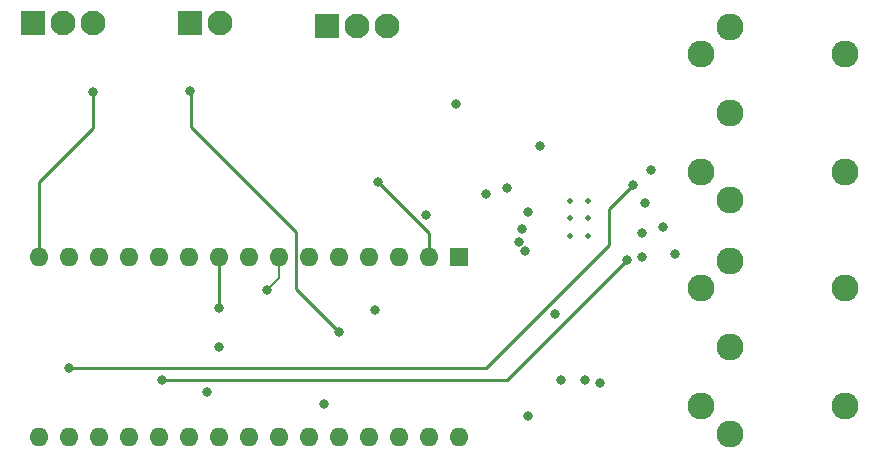
<source format=gbr>
%TF.GenerationSoftware,KiCad,Pcbnew,(6.0.10)*%
%TF.CreationDate,2023-02-04T01:48:26-05:00*%
%TF.ProjectId,lin-valve-control,6c696e2d-7661-46c7-9665-2d636f6e7472,rev?*%
%TF.SameCoordinates,Original*%
%TF.FileFunction,Copper,L2,Inr*%
%TF.FilePolarity,Positive*%
%FSLAX46Y46*%
G04 Gerber Fmt 4.6, Leading zero omitted, Abs format (unit mm)*
G04 Created by KiCad (PCBNEW (6.0.10)) date 2023-02-04 01:48:26*
%MOMM*%
%LPD*%
G01*
G04 APERTURE LIST*
%TA.AperFunction,ComponentPad*%
%ADD10R,1.600000X1.600000*%
%TD*%
%TA.AperFunction,ComponentPad*%
%ADD11O,1.600000X1.600000*%
%TD*%
%TA.AperFunction,ComponentPad*%
%ADD12C,0.500000*%
%TD*%
%TA.AperFunction,ComponentPad*%
%ADD13C,2.100000*%
%TD*%
%TA.AperFunction,ComponentPad*%
%ADD14R,2.100000X2.100000*%
%TD*%
%TA.AperFunction,ComponentPad*%
%ADD15C,2.286000*%
%TD*%
%TA.AperFunction,ViaPad*%
%ADD16C,0.800000*%
%TD*%
%TA.AperFunction,Conductor*%
%ADD17C,0.250000*%
%TD*%
%TA.AperFunction,Conductor*%
%ADD18C,0.200000*%
%TD*%
G04 APERTURE END LIST*
D10*
%TO.N,TXD*%
%TO.C,U1*%
X194818000Y-82814000D03*
D11*
%TO.N,RXD*%
X192278000Y-82814000D03*
%TO.N,unconnected-(U1-Pad3)*%
X189738000Y-82814000D03*
%TO.N,GND*%
X187198000Y-82814000D03*
%TO.N,~{LIN_SLP}*%
X184658000Y-82814000D03*
%TO.N,~{LIN_WAKE}*%
X182118000Y-82814000D03*
%TO.N,VALVE_IN1+*%
X179578000Y-82814000D03*
%TO.N,VALVE_IN1-*%
X177038000Y-82814000D03*
%TO.N,VALVE1_CLOSED*%
X174498000Y-82814000D03*
%TO.N,VALVE1_OPEN*%
X171958000Y-82814000D03*
%TO.N,VALVE_IN2+*%
X169418000Y-82814000D03*
%TO.N,VALVE_IN2-*%
X166878000Y-82814000D03*
%TO.N,VALVE2_CLOSED*%
X164338000Y-82814000D03*
%TO.N,VALVE2_OPEN*%
X161798000Y-82814000D03*
%TO.N,FLOW_PULSE*%
X159258000Y-82814000D03*
%TO.N,~{MOTOR_FAULT}*%
X159258000Y-98054000D03*
%TO.N,+3V3*%
X161798000Y-98054000D03*
%TO.N,+5V*%
X164338000Y-98054000D03*
%TO.N,MOTOR_EN*%
X166878000Y-98054000D03*
%TO.N,unconnected-(U1-Pad20)*%
X169418000Y-98054000D03*
%TO.N,unconnected-(U1-Pad21)*%
X171958000Y-98054000D03*
%TO.N,unconnected-(U1-Pad22)*%
X174498000Y-98054000D03*
%TO.N,SDA5*%
X177038000Y-98054000D03*
%TO.N,SCL5*%
X179578000Y-98054000D03*
%TO.N,unconnected-(U1-Pad25)*%
X182118000Y-98054000D03*
%TO.N,COOLANT_NTC*%
X184658000Y-98054000D03*
%TO.N,+5V*%
X187198000Y-98054000D03*
%TO.N,unconnected-(U1-Pad28)*%
X189738000Y-98054000D03*
%TO.N,GND*%
X192278000Y-98054000D03*
%TO.N,+12V*%
X194818000Y-98054000D03*
%TD*%
D12*
%TO.N,GND*%
%TO.C,U3*%
X204228000Y-79502000D03*
X204228000Y-78002000D03*
X205728000Y-79502000D03*
X204228000Y-81002000D03*
X205728000Y-78002000D03*
X205728000Y-81002000D03*
%TD*%
D13*
%TO.N,FLOW_PULSE*%
%TO.C,J5*%
X163830000Y-62992000D03*
%TO.N,GND*%
X161290000Y-62992000D03*
D14*
%TO.N,+12V*%
X158750000Y-62992000D03*
%TD*%
D13*
%TO.N,GND*%
%TO.C,J4*%
X174582000Y-62992000D03*
D14*
%TO.N,COOLANT_NTC*%
X172042000Y-62992000D03*
%TD*%
D15*
%TO.N,N/C*%
%TO.C,J3*%
X227459540Y-85425280D03*
X227459540Y-95422720D03*
%TO.N,VALVE1_CLOSED*%
X215259920Y-95422720D03*
%TO.N,VALVE1_OPEN*%
X215259920Y-85425280D03*
%TO.N,VALVE1-*%
X217759280Y-97723960D03*
%TO.N,GND*%
X217759280Y-90424000D03*
%TO.N,VALVE1+*%
X217759280Y-83124040D03*
%TD*%
%TO.N,VALVE2+*%
%TO.C,J2*%
X217759280Y-63312040D03*
%TO.N,GND*%
X217759280Y-70612000D03*
%TO.N,VALVE2-*%
X217759280Y-77911960D03*
%TO.N,VALVE2_OPEN*%
X215259920Y-65613280D03*
%TO.N,VALVE2_CLOSED*%
X215259920Y-75610720D03*
%TO.N,N/C*%
X227459540Y-75610720D03*
X227459540Y-65613280D03*
%TD*%
D13*
%TO.N,LIN*%
%TO.C,J6*%
X188722000Y-63246000D03*
%TO.N,GND*%
X186182000Y-63246000D03*
D14*
%TO.N,+12V*%
X183642000Y-63246000D03*
%TD*%
D16*
%TO.N,+5V*%
X187674000Y-87251500D03*
%TO.N,COOLANT_NTC*%
X184658000Y-89154000D03*
X172042000Y-68750000D03*
%TO.N,FLOW_PULSE*%
X163830000Y-68834000D03*
%TO.N,+12V*%
X200660000Y-78994000D03*
%TO.N,+5V*%
X174498000Y-90424000D03*
%TO.N,SCL*%
X206756000Y-93472000D03*
X183388000Y-95250000D03*
%TO.N,SDA*%
X205486000Y-93218000D03*
X173482000Y-94234000D03*
%TO.N,+3V3*%
X203454000Y-93218000D03*
%TO.N,GND*%
X200660000Y-96266000D03*
X194564000Y-69850000D03*
%TO.N,~{LIN_WAKE}*%
X192024000Y-79248000D03*
%TO.N,RXD*%
X187960000Y-76454000D03*
%TO.N,VALVE_IN1+*%
X200406000Y-82296000D03*
%TO.N,VALVE_IN1-*%
X199898000Y-81534000D03*
%TO.N,VALVE_IN2+*%
X198882000Y-76962000D03*
%TO.N,VALVE_IN2-*%
X197104000Y-77470000D03*
%TO.N,MOTOR_EN*%
X169672000Y-93218000D03*
%TO.N,~{MOTOR_FAULT}*%
X161798000Y-92202000D03*
%TO.N,VALVE_IN1+*%
X178562000Y-85598000D03*
%TO.N,VALVE1_CLOSED*%
X174498000Y-87122000D03*
%TO.N,Net-(C3-Pad1)*%
X200152000Y-80427500D03*
%TO.N,~{MOTOR_FAULT}*%
X209550000Y-76708000D03*
%TO.N,MOTOR_EN*%
X209042000Y-83058000D03*
%TO.N,GND*%
X202946000Y-87630000D03*
%TO.N,Net-(R5-Pad1)*%
X210312000Y-80772000D03*
X210312000Y-82804000D03*
%TO.N,GND*%
X201676000Y-73406000D03*
%TO.N,Net-(R7-Pad1)*%
X211074000Y-75438000D03*
X210566000Y-78232000D03*
%TO.N,VALVE1-*%
X213106000Y-82550000D03*
X212090000Y-80264000D03*
%TD*%
D17*
%TO.N,COOLANT_NTC*%
X172072819Y-68780819D02*
X172042000Y-68750000D01*
X172072819Y-71742819D02*
X172072819Y-68780819D01*
X180993000Y-80663000D02*
X172072819Y-71742819D01*
X180993000Y-85489000D02*
X180993000Y-80663000D01*
X184658000Y-89154000D02*
X180993000Y-85489000D01*
%TO.N,FLOW_PULSE*%
X159258000Y-76454000D02*
X159258000Y-82814000D01*
X163830000Y-71882000D02*
X159258000Y-76454000D01*
X163830000Y-68834000D02*
X163830000Y-71882000D01*
%TO.N,RXD*%
X192278000Y-80772000D02*
X187960000Y-76454000D01*
X192278000Y-82814000D02*
X192278000Y-80772000D01*
%TO.N,~{MOTOR_FAULT}*%
X207518000Y-81788000D02*
X207518000Y-78740000D01*
X197104000Y-92202000D02*
X207518000Y-81788000D01*
X207518000Y-78740000D02*
X209550000Y-76708000D01*
X161798000Y-92202000D02*
X197104000Y-92202000D01*
%TO.N,MOTOR_EN*%
X198882000Y-93218000D02*
X169672000Y-93218000D01*
X209042000Y-83058000D02*
X198882000Y-93218000D01*
D18*
%TO.N,VALVE_IN1+*%
X179578000Y-84582000D02*
X178562000Y-85598000D01*
X179578000Y-82814000D02*
X179578000Y-84582000D01*
D17*
%TO.N,VALVE1_CLOSED*%
X174498000Y-82814000D02*
X174498000Y-87122000D01*
%TD*%
M02*

</source>
